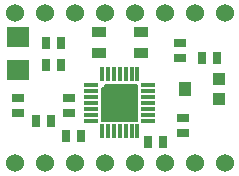
<source format=gts>
G75*
G70*
%OFA0B0*%
%FSLAX24Y24*%
%IPPOS*%
%LPD*%
%AMOC8*
5,1,8,0,0,1.08239X$1,22.5*
%
%ADD10R,0.0493X0.0158*%
%ADD11R,0.0158X0.0493*%
%ADD12C,0.0059*%
%ADD13C,0.0600*%
%ADD14R,0.0394X0.0316*%
%ADD15R,0.0316X0.0394*%
%ADD16R,0.0394X0.0434*%
%ADD17R,0.0394X0.0473*%
%ADD18R,0.0512X0.0355*%
%ADD19R,0.0749X0.0670*%
D10*
X003218Y002059D03*
X003218Y002256D03*
X003218Y002453D03*
X003218Y002650D03*
X003218Y002847D03*
X003218Y003044D03*
X003218Y003241D03*
X005108Y003241D03*
X005108Y003044D03*
X005108Y002847D03*
X005108Y002650D03*
X005108Y002453D03*
X005108Y002256D03*
X005108Y002059D03*
D11*
X004754Y001705D03*
X004557Y001705D03*
X004360Y001705D03*
X004163Y001705D03*
X003966Y001705D03*
X003770Y001705D03*
X003573Y001705D03*
X003573Y003595D03*
X003770Y003595D03*
X003966Y003595D03*
X004163Y003595D03*
X004360Y003595D03*
X004557Y003595D03*
X004754Y003595D03*
D12*
X004754Y003241D02*
X004754Y002059D01*
X003573Y002059D01*
X003573Y003142D01*
X003598Y003146D01*
X003621Y003156D01*
X003642Y003172D01*
X003657Y003192D01*
X003667Y003215D01*
X003671Y003241D01*
X004754Y003241D01*
X004754Y003200D02*
X003661Y003200D01*
X003578Y003143D02*
X004754Y003143D01*
X004754Y003085D02*
X003573Y003085D01*
X003573Y003028D02*
X004754Y003028D01*
X004754Y002970D02*
X003573Y002970D01*
X003573Y002913D02*
X004754Y002913D01*
X004754Y002855D02*
X003573Y002855D01*
X003573Y002798D02*
X004754Y002798D01*
X004754Y002740D02*
X003573Y002740D01*
X003573Y002682D02*
X004754Y002682D01*
X004754Y002625D02*
X003573Y002625D01*
X003573Y002567D02*
X004754Y002567D01*
X004754Y002510D02*
X003573Y002510D01*
X003573Y002452D02*
X004754Y002452D01*
X004754Y002395D02*
X003573Y002395D01*
X003573Y002337D02*
X004754Y002337D01*
X004754Y002280D02*
X003573Y002280D01*
X003573Y002222D02*
X004754Y002222D01*
X004754Y002164D02*
X003573Y002164D01*
X003573Y002107D02*
X004754Y002107D01*
D13*
X000663Y000650D03*
X001663Y000650D03*
X002663Y000650D03*
X003663Y000650D03*
X004663Y000650D03*
X005663Y000650D03*
X006663Y000650D03*
X007663Y000650D03*
X007663Y005650D03*
X006663Y005650D03*
X005663Y005650D03*
X004663Y005650D03*
X003663Y005650D03*
X002663Y005650D03*
X001663Y005650D03*
X000663Y005650D03*
D14*
X000763Y002806D03*
X000763Y002294D03*
X002463Y002294D03*
X002463Y002806D03*
X006163Y004144D03*
X006163Y004656D03*
X006263Y002156D03*
X006263Y001644D03*
D15*
X005619Y001350D03*
X005107Y001350D03*
X002869Y001550D03*
X002357Y001550D03*
X001869Y002050D03*
X001357Y002050D03*
X001707Y003900D03*
X002219Y003900D03*
X002219Y004650D03*
X001707Y004650D03*
X006907Y004150D03*
X007419Y004150D03*
D16*
X007484Y003435D03*
X007484Y002765D03*
D17*
X006342Y003100D03*
D18*
X004863Y004296D03*
X004863Y005004D03*
X003463Y005004D03*
X003463Y004296D03*
D19*
X000763Y003749D03*
X000763Y004851D03*
M02*

</source>
